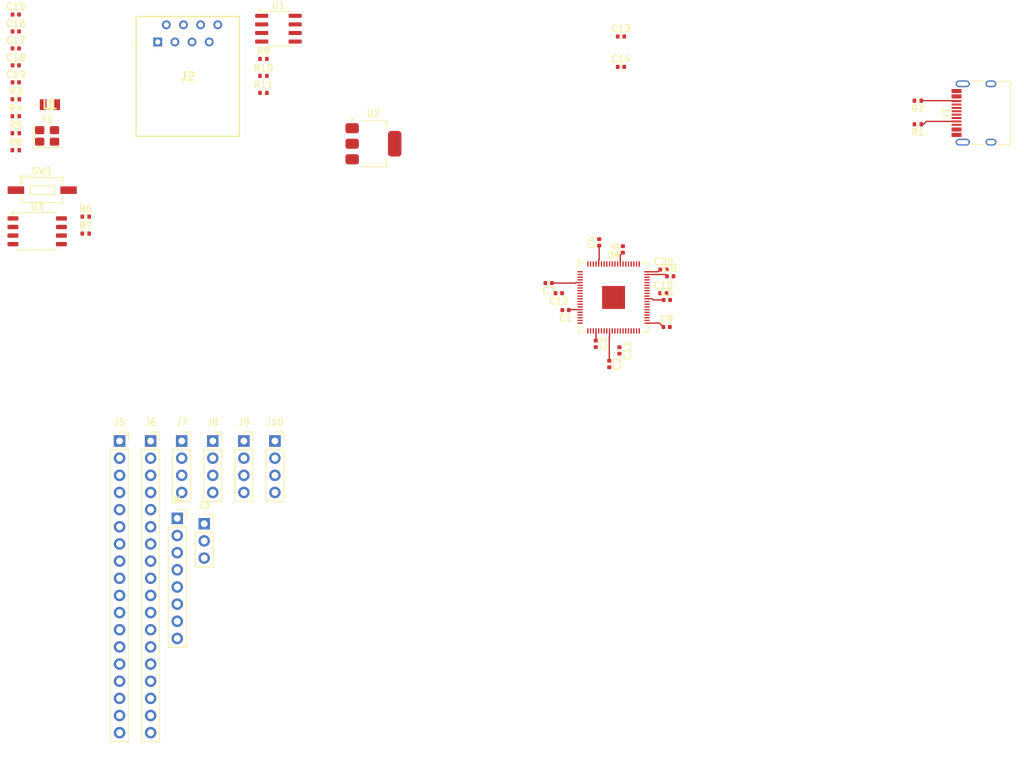
<source format=kicad_pcb>
(kicad_pcb (version 20241229) (generator "pcbnew") (generator_version "9.0")
  (layers (0 "F.Cu" signal) (2 "B.Cu" signal) (13 "F.Paste" user) (15 "B.Paste" user) (5 "F.SilkS" user "F.Silkscreen") (7 "B.SilkS" user "B.Silkscreen") (1 "F.Mask" user) (3 "B.Mask" user) (25 "Edge.Cuts" user))
  (net 0 "")
  (net 1 "+3V3")
  (net 2 "GND")
  (net 3 "+1V1")
  (net 4 "VBUS")
  (net 5 "XIN")
  (net 6 "Net-(C16-Pad2)")
  (net 7 "Net-(U4-VREG_AVDD)")
  (net 9 "Net-(J1-CC1)")
  (net 10 "USB_D-")
  (net 11 "USB_D+")
  (net 12 "Net-(J1-CC2)")
  (net 13 "Net-(U1-A)")
  (net 17 "Net-(U1-B)")
  (net 20 "Net-(U4-VREG_LX)")
  (net 21 "Net-(U4-USB_DP)")
  (net 22 "Net-(U4-USB_DM)")
  (net 23 "XOUT")
  (net 24 "QSPI_SS")
  (net 25 "Net-(R6-Pad1)")
  (net 26 "D")
  (net 27 "RE")
  (net 28 "R")
  (net 29 "DE")
  (net 30 "QSPI_SCLK")
  (net 31 "QSPI_SD1")
  (net 32 "QSPI_SD3")
  (net 33 "QSPI_SD0")
  (net 34 "QSPI_SD2")
  (net 35 "SWDIO")
  (net 36 "SWCLK")
  (net 37 "RUN")
  (net 38 "GPIO46_ADC6")
  (net 39 "GPIO45_ADC5")
  (net 40 "GPIO43_ADC3")
  (net 41 "GPIO40_ADC0")
  (net 42 "GPIO42_ADC2")
  (net 43 "GPIO47_ADC7")
  (net 44 "GPIO41_ADC1")
  (net 45 "GPIO44_ADC4")
  (net 46 "GPIO9")
  (net 47 "GPIO14")
  (net 48 "GPIO6")
  (net 49 "GPIO12")
  (net 50 "GPIO21")
  (net 51 "GPIO13")
  (net 52 "GPIO20")
  (net 53 "GPIO7")
  (net 54 "GPIO19")
  (net 55 "GPIO11")
  (net 56 "GPIO16")
  (net 57 "GPIO17")
  (net 58 "GPIO4")
  (net 59 "GPIO15")
  (net 60 "GPIO18")
  (net 61 "GPIO8")
  (net 62 "GPIO5")
  (net 63 "GPIO10")
  (net 64 "GPIO24")
  (net 65 "GPIO27")
  (net 66 "GPIO31")
  (net 67 "GPIO22")
  (net 68 "GPIO34")
  (net 69 "GPIO23")
  (net 70 "GPIO36")
  (net 71 "GPIO28")
  (net 72 "GPIO30")
  (net 73 "GPIO26")
  (net 74 "GPIO35")
  (net 75 "GPIO33")
  (net 76 "GPIO38")
  (net 77 "GPIO25")
  (net 78 "GPIO37")
  (net 79 "GPIO39")
  (net 80 "GPIO29")
  (net 81 "GPIO32")
  (footprint "Resistor_SMD:R_0402_1005Metric" (layer "F.Cu") (at 27.99 50.675)
    (property "Reference" "R7" (at 0 -1.17 0) (layer "F.SilkS"))
    (property "Value" "10K")
    (pad "1" smd roundrect (at -0.51 0) (size 0.54 0.64) (layers "F.Cu" "F.Mask" "F.Paste") (net 1 "+3V3"))
    (pad "2" smd roundrect (at 0.51 0) (size 0.54 0.64) (layers "F.Cu" "F.Mask" "F.Paste") (net 24 "QSPI_SS"))
  )
  (footprint "Capacitor_SMD:C_0402_1005Metric" (layer "F.Cu") (at 113.5 59.5)
    (property "Reference" "C10" (at 0 -1.16 0) (layer "F.SilkS"))
    (property "Value" "100nF")
    (pad "1" smd roundrect (at -0.48 0) (size 0.56 0.62) (layers "F.Cu" "F.Mask" "F.Paste") (net 3 "+1V1"))
    (pad "2" smd roundrect (at 0.48 0) (size 0.56 0.62) (layers "F.Cu" "F.Mask" "F.Paste") (net 2 "GND"))
  )
  (footprint "Resistor_SMD:R_0402_1005Metric" (layer "F.Cu") (at 17.64 33.305)
    (property "Reference" "R4" (at 0 -1.17 0) (layer "F.SilkS"))
    (property "Value" "27")
    (pad "1" smd roundrect (at -0.51 0) (size 0.54 0.64) (layers "F.Cu" "F.Mask" "F.Paste") (net 22 "Net-(U4-USB_DM)"))
    (pad "2" smd roundrect (at 0.51 0) (size 0.54 0.64) (layers "F.Cu" "F.Mask" "F.Paste") (net 10 "USB_D-"))
  )
  (footprint "Resistor_SMD:R_0402_1005Metric" (layer "F.Cu") (at 54.3 27.335)
    (property "Reference" "R10" (at 0 -1.17 0) (layer "F.SilkS"))
    (property "Value" "470")
    (pad "1" smd roundrect (at -0.51 0) (size 0.54 0.64) (layers "F.Cu" "F.Mask" "F.Paste") (net 13 "Net-(U1-A)"))
    (pad "2" smd roundrect (at 0.51 0) (size 0.54 0.64) (layers "F.Cu" "F.Mask" "F.Paste") (net 2 "GND"))
  )
  (footprint "Connector_PinSocket_2.54mm:PinSocket_1x03_P2.54mm_Vertical" (layer "F.Cu") (at 45.53 93.63)
    (property "Reference" "J3" (at 0 -2.77 0) (layer "F.SilkS"))
    (property "Value" "Conn_01x03_Pin")
    (pad "1" thru_hole rect (at 0 0) (size 1.7 1.7) (drill 1) (layers "*.Cu" "*.Mask") (net 37 "RUN"))
    (pad "2" thru_hole circle (at 0 2.54) (size 1.7 1.7) (drill 1) (layers "*.Cu" "*.Mask") (net 36 "SWCLK"))
    (pad "3" thru_hole circle (at 0 5.08) (size 1.7 1.7) (drill 1) (layers "*.Cu" "*.Mask") (net 35 "SWDIO"))
  )
  (footprint "Capacitor_SMD:C_0402_1005Metric" (layer "F.Cu") (at 104 51.98 90)
    (property "Reference" "C4" (at 0 -1.16 90) (layer "F.SilkS"))
    (property "Value" "100nF")
    (pad "1" smd roundrect (at -0.48 0 90) (size 0.56 0.62) (layers "F.Cu" "F.Mask" "F.Paste") (net 1 "+3V3"))
    (pad "2" smd roundrect (at 0.48 0 90) (size 0.56 0.62) (layers "F.Cu" "F.Mask" "F.Paste") (net 2 "GND"))
  )
  (footprint "Connector_PinSocket_2.54mm:PinSocket_1x18_P2.54mm_Vertical" (layer "F.Cu") (at 33 81.38)
    (property "Reference" "J5" (at 0 -2.77 0) (layer "F.SilkS"))
    (property "Value" "Conn_01x18_Pin")
    (pad "1" thru_hole rect (at 0 0) (size 1.7 1.7) (drill 1) (layers "*.Cu" "*.Mask") (net 58 "GPIO4"))
    (pad "2" thru_hole circle (at 0 2.54) (size 1.7 1.7) (drill 1) (layers "*.Cu" "*.Mask") (net 62 "GPIO5"))
    (pad "3" thru_hole circle (at 0 5.08) (size 1.7 1.7) (drill 1) (layers "*.Cu" "*.Mask") (net 48 "GPIO6"))
    (pad "4" thru_hole circle (at 0 7.62) (size 1.7 1.7) (drill 1) (layers "*.Cu" "*.Mask") (net 53 "GPIO7"))
    (pad "5" thru_hole circle (at 0 10.16) (size 1.7 1.7) (drill 1) (layers "*.Cu" "*.Mask") (net 61 "GPIO8"))
    (pad "6" thru_hole circle (at 0 12.7) (size 1.7 1.7) (drill 1) (layers "*.Cu" "*.Mask") (net 46 "GPIO9"))
    (pad "7" thru_hole circle (at 0 15.24) (size 1.7 1.7) (drill 1) (layers "*.Cu" "*.Mask") (net 63 "GPIO10"))
    (pad "8" thru_hole circle (at 0 17.78) (size 1.7 1.7) (drill 1) (layers "*.Cu" "*.Mask") (net 55 "GPIO11"))
    (pad "9" thru_hole circle (at 0 20.32) (size 1.7 1.7) (drill 1) (layers "*.Cu" "*.Mask") (net 49 "GPIO12"))
    (pad "10" thru_hole circle (at 0 22.86) (size 1.7 1.7) (drill 1) (layers "*.Cu" "*.Mask") (net 51 "GPIO13"))
    (pad "11" thru_hole circle (at 0 25.4) (size 1.7 1.7) (drill 1) (layers "*.Cu" "*.Mask") (net 47 "GPIO14"))
    (pad "12" thru_hole circle (at 0 27.94) (size 1.7 1.7) (drill 1) (layers "*.Cu" "*.Mask") (net 59 "GPIO15"))
    (pad "13" thru_hole circle (at 0 30.48) (size 1.7 1.7) (drill 1) (layers "*.Cu" "*.Mask") (net 56 "GPIO16"))
    (pad "14" thru_hole circle (at 0 33.02) (size 1.7 1.7) (drill 1) (layers "*.Cu" "*.Mask") (net 57 "GPIO17"))
    (pad "15" thru_hole circle (at 0 35.56) (size 1.7 1.7) (drill 1) (layers "*.Cu" "*.Mask") (net 60 "GPIO18"))
    (pad "16" thru_hole circle (at 0 38.1) (size 1.7 1.7) (drill 1) (layers "*.Cu" "*.Mask") (net 54 "GPIO19"))
    (pad "17" thru_hole circle (at 0 40.64) (size 1.7 1.7) (drill 1) (layers "*.Cu" "*.Mask") (net 52 "GPIO20"))
    (pad "18" thru_hole circle (at 0 43.18) (size 1.7 1.7) (drill 1) (layers "*.Cu" "*.Mask") (net 50 "GPIO21"))
  )
  (footprint "Capacitor_SMD:C_0402_1005Metric" (layer "F.Cu") (at 17.64 18.245)
    (property "Reference" "C15" (at 0 -1.16 0) (layer "F.SilkS"))
    (property "Value" "15 pF")
    (pad "1" smd roundrect (at -0.48 0) (size 0.56 0.62) (layers "F.Cu" "F.Mask" "F.Paste") (net 2 "GND"))
    (pad "2" smd roundrect (at 0.48 0) (size 0.56 0.62) (layers "F.Cu" "F.Mask" "F.Paste") (net 5 "XIN"))
  )
  (footprint "Capacitor_SMD:C_0402_1005Metric" (layer "F.Cu") (at 99.02 62 180)
    (property "Reference" "C1" (at 0 -1.16 0) (layer "F.SilkS"))
    (property "Value" "100nF")
    (pad "1" smd roundrect (at -0.48 0 180) (size 0.56 0.62) (layers "F.Cu" "F.Mask" "F.Paste") (net 1 "+3V3"))
    (pad "2" smd roundrect (at 0.48 0 180) (size 0.56 0.62) (layers "F.Cu" "F.Mask" "F.Paste") (net 2 "GND"))
  )
  (footprint "Capacitor_SMD:C_0402_1005Metric" (layer "F.Cu") (at 17.64 20.755)
    (property "Reference" "C16" (at 0 -1.16 0) (layer "F.SilkS"))
    (property "Value" "15 pF")
    (pad "1" smd roundrect (at -0.48 0) (size 0.56 0.62) (layers "F.Cu" "F.Mask" "F.Paste") (net 2 "GND"))
    (pad "2" smd roundrect (at 0.48 0) (size 0.56 0.62) (layers "F.Cu" "F.Mask" "F.Paste") (net 6 "Net-(C16-Pad2)"))
  )
  (footprint "JonasLib-Git:AOTAB201610S3R3101T" (layer "F.Cu") (at 22.695 31.59)
    (property "Reference" "L1" (at 0 0 0) (layer "F.SilkS") (effects (font (size 1.27 1.27) (thickness 0.254))))
    (property "Value" "AOTA-B201610S3R3-101-T" (hide yes))
    (pad "1" smd rect (at -1 0) (size 1 1.6) (layers "F.Cu" "F.Mask" "F.Paste") (net 3 "+1V1"))
    (pad "2" smd rect (at 1 0) (size 1 1.6) (layers "F.Cu" "F.Mask" "F.Paste") (net 20 "Net-(U4-VREG_LX)"))
  )
  (footprint "Capacitor_SMD:C_0402_1005Metric" (layer "F.Cu") (at 103.5 67 -90)
    (property "Reference" "C3" (at 0 -1.16 90) (layer "F.SilkS"))
    (property "Value" "100nF")
    (pad "1" smd roundrect (at -0.48 0 270) (size 0.56 0.62) (layers "F.Cu" "F.Mask" "F.Paste") (net 1 "+3V3"))
    (pad "2" smd roundrect (at 0.48 0 270) (size 0.56 0.62) (layers "F.Cu" "F.Mask" "F.Paste") (net 2 "GND"))
  )
  (footprint "Connector_USB:USB_C_Receptacle_HRO_TYPE-C-31-M-12" (layer "F.Cu") (at 160.95 32.82 90)
    (property "Reference" "J1" (at 0 -5.645 90) (layer "F.SilkS"))
    (property "Value" "USB_C_Receptacle_USB2.0_14P")
    (pad "" np_thru_hole circle (at -2.89 -2.6 90) (size 0.65 0.65) (drill 0.65) (layers "*.Cu" "*.Mask"))
    (pad "" np_thru_hole circle (at 2.89 -2.6 90) (size 0.65 0.65) (drill 0.65) (layers "*.Cu" "*.Mask"))
    (pad "A1" smd rect (at -3.25 -4.045 90) (size 0.6 1.45) (layers "F.Cu" "F.Mask" "F.Paste") (net 2 "GND"))
    (pad "A4" smd rect (at -2.45 -4.045 90) (size 0.6 1.45) (layers "F.Cu" "F.Mask" "F.Paste") (net 4 "VBUS"))
    (pad "A5" smd rect (at -1.25 -4.045 90) (size 0.3 1.45) (layers "F.Cu" "F.Mask" "F.Paste") (net 9 "Net-(J1-CC1)"))
    (pad "A6" smd rect (at -0.25 -4.045 90) (size 0.3 1.45) (layers "F.Cu" "F.Mask" "F.Paste") (net 11 "USB_D+"))
    (pad "A7" smd rect (at 0.25 -4.045 90) (size 0.3 1.45) (layers "F.Cu" "F.Mask" "F.Paste") (net 10 "USB_D-"))
    (pad "A8" smd rect (at 1.25 -4.045 90) (size 0.3 1.45) (layers "F.Cu" "F.Mask" "F.Paste"))
    (pad "A9" smd rect (at 2.45 -4.045 90) (size 0.6 1.45) (layers "F.Cu" "F.Mask" "F.Paste") (net 4 "VBUS"))
    (pad "A12" smd rect (at 3.25 -4.045 90) (size 0.6 1.45) (layers "F.Cu" "F.Mask" "F.Paste") (net 2 "GND"))
    (pad "B1" smd rect (at 3.25 -4.045 90) (size 0.6 1.45) (layers "F.Cu" "F.Mask" "F.Paste") (net 2 "GND"))
    (pad "B4" smd rect (at 2.45 -4.045 90) (size 0.6 1.45) (layers "F.Cu" "F.Mask" "F.Paste") (net 4 "VBUS"))
    (pad "B5" smd rect (at 1.75 -4.045 90) (size 0.3 1.45) (layers "F.Cu" "F.Mask" "F.Paste") (net 12 "Net-(J1-CC2)"))
    (pad "B6" smd rect (at 0.75 -4.045 90) (size 0.3 1.45) (layers "F.Cu" "F.Mask" "F.Paste") (net 11 "USB_D+"))
    (pad "B7" smd rect (at -0.75 -4.045 90) (size 0.3 1.45) (layers "F.Cu" "F.Mask" "F.Paste") (net 10 "USB_D-"))
    (pad "B8" smd rect (at -1.75 -4.045 90) (size 0.3 1.45) (layers "F.Cu" "F.Mask" "F.Paste"))
    (pad "B9" smd rect (at -2.45 -4.045 90) (size 0.6 1.45) (layers "F.Cu" "F.Mask" "F.Paste") (net 4 "VBUS"))
    (pad "B12" smd rect (at -3.25 -4.045 90) (size 0.6 1.45) (layers "F.Cu" "F.Mask" "F.Paste") (net 2 "GND"))
    (pad "S1" thru_hole oval (at -4.32 -3.13 90) (size 1 2.1) (drill oval 0.6 1.7) (property pad_prop_heatsink) (layers "*.Cu" "*.Mask") (net 2 "GND"))
    (pad "S1" thru_hole oval (at -4.32 1.05 90) (size 1 1.6) (drill oval 0.6 1.2) (property pad_prop_heatsink) (layers "*.Cu" "*.Mask") (net 2 "GND"))
    (pad "S1" thru_hole oval (at 4.32 -3.13 90) (size 1 2.1) (drill oval 0.6 1.7) (property pad_prop_heatsink) (layers "*.Cu" "*.Mask") (net 2 "GND"))
    (pad "S1" thru_hole oval (at 4.32 1.05 90) (size 1 1.6) (drill oval 0.6 1.2) (property pad_prop_heatsink) (layers "*.Cu" "*.Mask") (net 2 "GND"))
  )
  (footprint "Resistor_SMD:R_0402_1005Metric" (layer "F.Cu") (at 17.64 38.325)
    (property "Reference" "R8" (at 0 -1.17 0) (layer "F.SilkS"))
    (property "Value" "33")
    (pad "1" smd roundrect (at -0.51 0) (size 0.54 0.64) (layers "F.Cu" "F.Mask" "F.Paste") (net 1 "+3V3"))
    (pad "2" smd roundrect (at 0.51 0) (size 0.54 0.64) (layers "F.Cu" "F.Mask" "F.Paste") (net 7 "Net-(U4-VREG_AVDD)"))
  )
  (footprint "Connector_PinSocket_2.54mm:PinSocket_1x18_P2.54mm_Vertical" (layer "F.Cu") (at 37.6 81.38)
    (property "Reference" "J6" (at 0 -2.77 0) (layer "F.SilkS"))
    (property "Value" "Conn_01x18_Pin")
    (pad "1" thru_hole rect (at 0 0) (size 1.7 1.7) (drill 1) (layers "*.Cu" "*.Mask") (net 67 "GPIO22"))
    (pad "2" thru_hole circle (at 0 2.54) (size 1.7 1.7) (drill 1) (layers "*.Cu" "*.Mask") (net 69 "GPIO23"))
    (pad "3" thru_hole circle (at 0 5.08) (size 1.7 1.7) (drill 1) (layers "*.Cu" "*.Mask") (net 64 "GPIO24"))
    (pad "4" thru_hole circle (at 0 7.62) (size 1.7 1.7) (drill 1) (layers "*.Cu" "*.Mask") (net 77 "GPIO25"))
    (pad "5" thru_hole circle (at 0 10.16) (size 1.7 1.7) (drill 1) (layers "*.Cu" "*.Mask") (net 73 "GPIO26"))
    (pad "6" thru_hole circle (at 0 12.7) (size 1.7 1.7) (drill 1) (layers "*.Cu" "*.Mask") (net 65 "GPIO27"))
    (pad "7" thru_hole circle (at 0 15.24) (size 1.7 1.7) (drill 1) (layers "*.Cu" "*.Mask") (net 71 "GPIO28"))
    (pad "8" thru_hole circle (at 0 17.78) (size 1.7 1.7) (drill 1) (layers "*.Cu" "*.Mask") (net 80 "GPIO29"))
    (pad "9" thru_hole circle (at 0 20.32) (size 1.7 1.7) (drill 1) (layers "*.Cu" "*.Mask") (net 72 "GPIO30"))
    (pad "10" thru_hole circle (at 0 22.86) (size 1.7 1.7) (drill 1) (layers "*.Cu" "*.Mask") (net 66 "GPIO31"))
    (pad "11" thru_hole circle (at 0 25.4) (size 1.7 1.7) (drill 1) (layers "*.Cu" "*.Mask") (net 81 "GPIO32"))
    (pad "12" thru_hole circle (at 0 27.94) (size 1.7 1.7) (drill 1) (layers "*.Cu" "*.Mask") (net 75 "GPIO33"))
    (pad "13" thru_hole circle (at 0 30.48) (size 1.7 1.7) (drill 1) (layers "*.Cu" "*.Mask") (net 68 "GPIO34"))
    (pad "14" thru_hole circle (at 0 33.02) (size 1.7 1.7) (drill 1) (layers "*.Cu" "*.Mask") (net 74 "GPIO35"))
    (pad "15" thru_hole circle (at 0 35.56) (size 1.7 1.7) (drill 1) (layers "*.Cu" "*.Mask") (net 70 "GPIO36"))
    (pad "16" thru_hole circle (at 0 38.1) (size 1.7 1.7) (drill 1) (layers "*.Cu" "*.Mask") (net 78 "GPIO37"))
    (pad "17" thru_hole circle (at 0 40.64) (size 1.7 1.7) (drill 1) (layers "*.Cu" "*.Mask") (net 76 "GPIO38"))
    (pad "18" thru_hole circle (at 0 43.18) (size 1.7 1.7) (drill 1) (layers "*.Cu" "*.Mask") (net 79 "GPIO39"))
  )
  (footprint "Connector_PinSocket_2.54mm:PinSocket_1x04_P2.54mm_Vertical" (layer "F.Cu") (at 46.8 81.38)
    (property "Reference" "J8" (at 0 -2.77 0) (layer "F.SilkS"))
    (property "Value" "Conn_01x04_Pin")
    (pad "1" thru_hole rect (at 0 0) (size 1.7 1.7) (drill 1) (layers "*.Cu" "*.Mask") (net 1 "+3V3"))
    (pad "2" thru_hole circle (at 0 2.54) (size 1.7 1.7) (drill 1) (layers "*.Cu" "*.Mask") (net 1 "+3V3"))
    (pad "3" thru_hole circle (at 0 5.08) (size 1.7 1.7) (drill 1) (layers "*.Cu" "*.Mask") (net 1 "+3V3"))
    (pad "4" thru_hole circle (at 0 7.62) (size 1.7 1.7) (drill 1) (layers "*.Cu" "*.Mask") (net 1 "+3V3"))
  )
  (footprint "Capacitor_SMD:C_0402_1005Metric" (layer "F.Cu") (at 17.64 23.265)
    (property "Reference" "C17" (at 0 -1.16 0) (layer "F.SilkS"))
    (property "Value" "4.7uF")
    (pad "1" smd roundrect (at -0.48 0) (size 0.56 0.62) (layers "F.Cu" "F.Mask" "F.Paste") (net 3 "+1V1"))
    (pad "2" smd roundrect (at 0.48 0) (size 0.56 0.62) (layers "F.Cu" "F.Mask" "F.Paste") (net 2 "GND"))
  )
  (footprint "Package_TO_SOT_SMD:SOT-223-3_TabPin2" (layer "F.Cu") (at 70.58 37.375)
    (property "Reference" "U2" (at 0 -4.5 0) (layer "F.SilkS"))
    (property "Value" "NCP1117-3.3_SOT223")
    (pad "1" smd roundrect (at -3.15 -2.3) (size 2 1.5) (layers "F.Cu" "F.Mask" "F.Paste") (net 2 "GND"))
    (pad "2" smd roundrect (at -3.15 0) (size 2 1.5) (layers "F.Cu" "F.Mask" "F.Paste") (net 1 "+3V3"))
    (pad "2" smd roundrect (at 3.15 0) (size 2 3.8) (layers "F.Cu" "F.Mask" "F.Paste") (net 1 "+3V3"))
    (pad "3" smd roundrect (at -3.15 2.3) (size 2 1.5) (layers "F.Cu" "F.Mask" "F.Paste") (net 4 "VBUS"))
  )
  (footprint "JonasLib-Git:smd_switch_sunrom4388" (layer "F.Cu") (at 21.55 44.245)
    (property "Reference" "SW1" (at 0 -2.85 0) (layer "F.SilkS"))
    (property "Value" "SW_Push")
    (pad "1" smd rect (at -3.895 0) (size 2.44 1.12) (layers "F.Cu" "F.Mask" "F.Paste") (net 2 "GND"))
    (pad "2" smd rect (at 3.895 0) (size 2.44 1.12) (layers "F.Cu" "F.Mask" "F.Paste") (net 25 "Net-(R6-Pad1)"))
  )
  (footprint "JonasLib-Git:54602908LF" (layer "F.Cu") (at 38.65 22.31)
    (property "Reference" "J2" (at 4.445 5.1 0) (layer "F.SilkS") (effects (font (size 1.27 1.27) (thickness 0.254))))
    (property "Value" "54602-908LF" (hide yes))
    (pad "" np_thru_hole circle (at -1.27 6.35) (size 3.2 3.2) (drill 3.2) (layers "*.Cu" "*.Mask"))
    (pad "" np_thru_hole circle (at 10.16 6.35) (size 3.2 3.2) (drill 3.2) (layers "*.Cu" "*.Mask"))
    (pad "1" thru_hole rect (at 0 0) (size 1.303 1.303) (drill 0.76) (layers "*.Cu" "*.Mask") (net 13 "Net-(U1-A)"))
    (pad "2" thru_hole circle (at 1.27 -2.54) (size 1.303 1.303) (drill 0.76) (layers "*.Cu" "*.Mask") (net 17 "Net-(U1-B)"))
    (pad "3" thru_hole circle (at 2.54 0) (size 1.303 1.303) (drill 0.76) (layers "*.Cu" "*.Mask"))
    (pad "4" thru_hole circle (at 3.81 -2.54) (size 1.303 1.303) (drill 0.76) (layers "*.Cu" "*.Mask"))
    (pad "5" thru_hole circle (at 5.08 0) (size 1.303 1.303) (drill 0.76) (layers "*.Cu" "*.Mask"))
    (pad "6" thru_hole circle (at 6.35 -2.54) (size 1.303 1.303) (drill 0.76) (layers "*.Cu" "*.Mask"))
    (pad "7" thru_hole circle (at 7.62 0) (size 1.303 1.303) (drill 0.76) (layers "*.Cu" "*.Mask") (net 2 "GND"))
    (pad "8" thru_hole circle (at 8.89 -2.54) (size 1.303 1.303) (drill 0.76) (layers "*.Cu" "*.Mask"))
  )
  (footprint "Resistor_SMD:R_0402_1005Metric" (layer "F.Cu") (at 27.99 48.165)
    (property "Reference" "R6" (at 0 -1.17 0) (layer "F.SilkS"))
    (property "Value" "1 K")
    (pad "1" smd roundrect (at -0.51 0) (size 0.54 0.64) (layers "F.Cu" "F.Mask" "F.Paste") (net 25 "Net-(R6-Pad1)"))
    (pad "2" smd roundrect (at 0.51 0) (size 0.54 0.64) (layers "F.Cu" "F.Mask" "F.Paste") (net 24 "QSPI_SS"))
  )
  (footprint "Connector_PinSocket_2.54mm:PinSocket_1x04_P2.54mm_Vertical" (layer "F.Cu") (at 56 81.38)
    (property "Reference" "J10" (at 0 -2.77 0) (layer "F.SilkS"))
    (property "Value" "Conn_01x04_Pin")
    (pad "1" thru_hole rect (at 0 0) (size 1.7 1.7) (drill 1) (layers "*.Cu" "*.Mask") (net 2 "GND"))
    (pad "2" thru_hole circle (at 0 2.54) (size 1.7 1.7) (drill 1) (layers "*.Cu" "*.Mask") (net 2 "GND"))
    (pad "3" thru_hole circle (at 0 5.08) (size 1.7 1.7) (drill 1) (layers "*.Cu" "*.Mask") (net 2 "GND"))
    (pad "4" thru_hole circle (at 0 7.62) (size 1.7 1.7) (drill 1) (layers "*.Cu" "*.Mask") (net 2 "GND"))
  )
  (footprint "Capacitor_SMD:C_0402_1005Metric" (layer "F.Cu") (at 17.64 28.285)
    (property "Reference" "C19" (at 0 -1.16 0) (layer "F.SilkS"))
    (property "Value" "4.7uF")
    (pad "1" smd roundrect (at -0.48 0) (size 0.56 0.62) (layers "F.Cu" "F.Mask" "F.Paste") (net 7 "Net-(U4-VREG_AVDD)"))
    (pad "2" smd roundrect (at 0.48 0) (size 0.56 0.62) (layers "F.Cu" "F.Mask" "F.Paste"))
  )
  (footprint "Resistor_SMD:R_0402_1005Metric" (layer "F.Cu") (at 17.64 35.815)
    (property "Reference" "R5" (at 0 -1.17 0) (layer "F.SilkS"))
    (property "Value" "1 K")
    (pad "1" smd roundrect (at -0.51 0) (size 0.54 0.64) (layers "F.Cu" "F.Mask" "F.Paste") (net 6 "Net-(C16-Pad2)"))
    (pad "2" smd roundrect (at 0.51 0) (size 0.54 0.64) (layers "F.Cu" "F.Mask" "F.Paste") (net 23 "XOUT"))
  )
  (footprint "Capacitor_SMD:C_0402_1005Metric" (layer "F.Cu") (at 107.225 26)
    (property "Reference" "C14" (at 0 -1.16 0) (layer "F.SilkS"))
    (property "Value" "10 uF")
    (pad "1" smd roundrect (at -0.48 0) (size 0.56 0.62) (layers "F.Cu" "F.Mask" "F.Paste") (net 1 "+3V3"))
    (pad "2" smd roundrect (at 0.48 0) (size 0.56 0.62) (layers "F.Cu" "F.Mask" "F.Paste") (net 2 "GND"))
  )
  (footprint "Capacitor_SMD:C_0402_1005Metric" (layer "F.Cu") (at 96.52 58 180)
    (property "Reference" "C7" (at 0 -1.16 0) (layer "F.SilkS"))
    (property "Value" "100nF")
    (pad "1" smd roundrect (at -0.48 0 180) (size 0.56 0.62) (layers "F.Cu" "F.Mask" "F.Paste") (net 1 "+3V3"))
    (pad "2" smd roundrect (at 0.48 0 180) (size 0.56 0.62) (layers "F.Cu" "F.Mask" "F.Paste") (net 2 "GND"))
  )
  (footprint "Resistor_SMD:R_0402_1005Metric" (layer "F.Cu") (at 151.175 34.5 180)
    (property "Reference" "R1" (at 0 -1.17 180) (layer "F.SilkS"))
    (property "Value" "5.1 K")
    (pad "1" smd roundrect (at -0.51 0 180) (size 0.54 0.64) (layers "F.Cu" "F.Mask" "F.Paste") (net 9 "Net-(J1-CC1)"))
    (pad "2" smd roundrect (at 0.51 0 180) (size 0.54 0.64) (layers "F.Cu" "F.Mask" "F.Paste") (net 2 "GND"))
  )
  (footprint "Resistor_SMD:R_0402_1005Metric" (layer "F.Cu") (at 54.3 24.825)
    (property "Reference" "R9" (at 0 -1.17 0) (layer "F.SilkS"))
    (property "Value" "120")
    (pad "1" smd roundrect (at -0.51 0) (size 0.54 0.64) (layers "F.Cu" "F.Mask" "F.Paste") (net 17 "Net-(U1-B)"))
    (pad "2" smd roundrect (at 0.51 0) (size 0.54 0.64) (layers "F.Cu" "F.Mask" "F.Paste") (net 13 "Net-(U1-A)"))
  )
  (footprint "Capacitor_SMD:C_0402_1005Metric" (layer "F.Cu") (at 107.225 21.5)
    (property "Reference" "C13" (at 0 -1.16 0) (layer "F.SilkS"))
    (property "Value" "10 uF")
    (pad "1" smd roundrect (at -0.48 0) (size 0.56 0.62) (layers "F.Cu" "F.Mask" "F.Paste") (net 4 "VBUS"))
    (pad "2" smd roundrect (at 0.48 0) (size 0.56 0.62) (layers "F.Cu" "F.Mask" "F.Paste") (net 2 "GND"))
  )
  (footprint "Capacitor_SMD:C_0402_1005Metric" (layer "F.Cu") (at 114.02 60.5)
    (property "Reference" "C5" (at 0 -1.16 0) (layer "F.SilkS"))
    (property "Value" "100nF")
    (pad "1" smd roundrect (at -0.48 0) (size 0.56 0.62) (layers "F.Cu" "F.Mask" "F.Paste") (net 1 "+3V3"))
    (pad "2" smd roundrect (at 0.48 0) (size 0.56 0.62) (layers "F.Cu" "F.Mask" "F.Paste") (net 2 "GND"))
  )
  (footprint "Connector_PinSocket_2.54mm:PinSocket_1x04_P2.54mm_Vertical" (layer "F.Cu") (at 51.4 81.38)
    (property "Reference" "J9" (at 0 -2.77 0) (layer "F.SilkS"))
    (property "Value" "Conn_01x04_Pin")
    (pad "1" thru_hole rect (at 0 0) (size 1.7 1.7) (drill 1) (layers "*.Cu" "*.Mask") (net 2 "GND"))
    (pad "2" thru_hole circle (at 0 2.54) (size 1.7 1.7) (drill 1) (layers "*.Cu" "*.Mask") (net 2 "GND"))
    (pad "3" thru_hole circle (at 0 5.08) (size 1.7 1.7) (drill 1) (layers "*.Cu" "*.Mask") (net 2 "GND"))
    (pad "4" thru_hole circle (at 0 7.62) (size 1.7 1.7) (drill 1) (layers "*.Cu" "*.Mask") (net 2 "GND"))
  )
  (footprint "Package_SO:SOIC-8_5.3x5.3mm_P1.27mm" (layer "F.Cu") (at 20.81 50.335)
    (property "Reference" "U3" (at 0 -3.6 0) (layer "F.SilkS"))
    (property "Value" "W25Q128JVS")
    (pad "1" smd roundrect (at -3.5875 -1.905) (size 1.625 0.65) (layers "F.Cu" "F.Mask" "F.Paste") (net 24 "QSPI_SS"))
    (pad "2" smd roundrect (at -3.5875 -0.635) (size 1.625 0.65) (layers "F.Cu" "F.Mask" "F.Paste") (net 31 "QSPI_SD1"))
    (pad "3" smd roundrect (at -3.5875 0.635) (size 1.625 0.65) (layers "F.Cu" "F.Mask" "F.Paste") (net 34 "QSPI_SD2"))
    (pad "4" smd roundrect (at -3.5875 1.905) (size 1.625 0.65) (layers "F.Cu" "F.Mask" "F.Paste") (net 2 "GND"))
    (pad "5" smd roundrect (at 3.5875 1.905) (size 1.625 0.65) (layers "F.Cu" "F.Mask" "F.Paste") (net 33 "QSPI_SD0"))
    (pad "6" smd roundrect (at 3.5875 0.635) (size 1.625 0.65) (layers "F.Cu" "F.Mask" "F.Paste") (net 30 "QSPI_SCLK"))
    (pad "7" smd roundrect (at 3.5875 -0.635) (size 1.625 0.65) (layers "F.Cu" "F.Mask" "F.Paste") (net 32 "QSPI_SD3"))
    (pad "8" smd roundrect (at 3.5875 -1.905) (size 1.625 0.65) (layers "F.Cu" "F.Mask" "F.Paste") (net 1 "+3V3"))
  )
  (footprint "Capacitor_SMD:C_0402_1005Metric" (layer "F.Cu") (at 113.52 56)
    (property "Reference" "C20" (at 0 -1.16 0) (layer "F.SilkS"))
    (property "Value" "100nF")
    (pad "1" smd roundrect (at -0.48 0) (size 0.56 0.62) (layers "F.Cu" "F.Mask" "F.Paste") (net 1 "+3V3"))
    (pad "2" smd roundrect (at 0.48 0) (size 0.56 0.62) (layers "F.Cu" "F.Mask" "F.Paste") (net 2 "GND"))
  )
  (footprint "Resistor_SMD:R_0402_1005Metric" (layer "F.Cu") (at 17.64 30.795)
    (property "Reference" "R3" (at 0 -1.17 0) (layer "F.SilkS"))
    (property "Value" "27")
    (pad "1" smd roundrect (at -0.51 0) (size 0.54 0.64) (layers "F.Cu" "F.Mask" "F.Paste") (net 11 "USB_D+"))
    (pad "2" smd roundrect (at 0.51 0) (size 0.54 0.64) (layers "F.Cu" "F.Mask" "F.Paste") (net 21 "Net-(U4-USB_DP)"))
  )
  (footprint "Crystal:Crystal_SMD_3225-4Pin_3.2x2.5mm" (layer "F.Cu") (at 22.27 36.215)
    (property "Reference" "Y1" (at 0 -2.45 0) (layer "F.SilkS"))
    (property "Value" "12 MHz")
    (pad "1" smd roundrect (at -1.1 0.85) (size 1.4 1.2) (layers "F.Cu" "F.Mask" "F.Paste") (roundrect_rratio 0.208333) (net 6 "Net-(C16-Pad2)"))
    (pad "2" smd roundrect (at 1.1 0.85) (size 1.4 1.2) (layers "F.Cu" "F.Mask" "F.Paste") (roundrect_rratio 0.208333) (net 2 "GND"))
    (pad "3" smd roundrect (at 1.1 -0.85) (size 1.4 1.2) (layers "F.Cu" "F.Mask" "F.Paste") (roundrect_rratio 0.208333) (net 5 "XIN"))
    (pad "4" smd roundrect (at -1.1 -0.85) (size 1.4 1.2) (layers "F.Cu" "F.Mask" "F.Paste") (roundrect_rratio 0.208333) (net 2 "GND"))
  )
  (footprint "Capacitor_SMD:C_0402_1005Metric" (layer "F.Cu") (at 98.02 59.5 180)
    (property "Reference" "C12" (at 0 -1.16 0) (layer "F.SilkS"))
    (property "Value" "0.1 uF")
    (pad "1" smd roundrect (at -0.48 0 180) (size 0.56 0.62) (layers "F.Cu" "F.Mask" "F.Paste") (net 3 "+1V1"))
    (pad "2" smd roundrect (at 0.48 0 180) (size 0.56 0.62) (layers "F.Cu" "F.Mask" "F.Paste") (net 2 "GND"))
  )
  (footprint "Capacitor_SMD:C_0402_1005Metric" (layer "F.Cu") (at 17.64 25.775)
    (property "Reference" "C18" (at 0 -1.16 0) (layer "F.SilkS"))
    (property "Value" "4.7uF")
    (pad "1" smd roundrect (at -0.48 0) (size 0.56 0.62) (layers "F.Cu" "F.Mask" "F.Paste") (net 1 "+3V3"))
    (pad "2" smd roundrect (at 0.48 0) (size 0.56 0.62) (layers "F.Cu" "F.Mask" "F.Paste") (net 2 "GND"))
  )
  (footprint "Capacitor_SMD:C_0402_1005Metric" (layer "F.Cu") (at 107.5 53.02 90)
    (property "Reference" "C6" (at 0 -1.16 90) (layer "F.SilkS"))
    (property "Value" "100nF")
    (pad "1" smd roundrect (at -0.48 0 90) (size 0.56 0.62) (layers "F.Cu" "F.Mask" "F.Paste") (net 1 "+3V3"))
    (pad "2" smd roundrect (at 0.48 0 90) (size 0.56 0.62) (layers "F.Cu" "F.Mask" "F.Paste") (net 2 "GND"))
  )
  (footprint "Capacitor_SMD:C_0402_1005Metric" (layer "F.Cu") (at 114.52 57)
    (property "Reference" "C8" (at 0 -1.16 0) (layer "F.SilkS"))
    (property "Value" "100nF")
    (pad "1" smd roundrect (at -0.48 0) (size 0.56 0.62) (layers "F.Cu" "F.Mask" "F.Paste") (net 1 "+3V3"))
    (pad "2" smd roundrect (at 0.48 0) (size 0.56 0.62) (layers "F.Cu" "F.Mask" "F.Paste") (net 2 "GND"))
  )
  (footprint "Capacitor_SMD:C_0402_1005Metric" (layer "F.Cu") (at 107 67.98 -90)
    (property "Reference" "C11" (at 0 -1.16 90) (layer "F.SilkS"))
    (property "Value" "100nF")
    (pad "1" smd roundrect (at -0.48 0 270) (size 0.56 0.62) (layers "F.Cu" "F.Mask" "F.Paste") (net 3 "+1V1"))
    (pad "2" smd roundrect (at 0.48 0 270) (size 0.56 0.62) (layers "F.Cu" "F.Mask" "F.Paste") (net 2 "GND"))
  )
  (footprint "Capacitor_SMD:C_0402_1005Metric" (layer "F.Cu") (at 105.5 69.98 -90)
    (property "Reference" "C2" (at 0 -1.16 90) (layer "F.SilkS"))
    (property "Value" "100nF")
    (pad "1" smd roundrect (at -0.48 0 270) (size 0.56 0.62) (layers "F.Cu" "F.Mask" "F.Paste") (net 1 "+3V3"))
    (pad "2" smd roundrect (at 0.48 0 270) (size 0.56 0.62) (layers "F.Cu" "F.Mask" "F.Paste") (net 2 "GND"))
  )
  (footprint "Connector_PinSocket_2.54mm:PinSocket_1x08_P2.54mm_Vertical" (layer "F.Cu") (at 41.54 92.83)
    (property "Reference" "J4" (at 0 -2.77 0) (layer "F.SilkS"))
    (property "Value" "Conn_01x08_Pin")
    (pad "1" thru_hole rect (at 0 0) (size 1.7 1.7) (drill 1) (layers "*.Cu" "*.Mask") (net 41 "GPIO40_ADC0"))
    (pad "2" thru_hole circle (at 0 2.54) (size 1.7 1.7) (drill 1) (layers "*.Cu" "*.Mask") (net 44 "GPIO41_ADC1"))
    (pad "3" thru_hole circle (at 0 5.08) (size 1.7 1.7) (drill 1) (layers "*.Cu" "*.Mask") (net 42 "GPIO42_ADC2"))
    (pad "4" thru_hole circle (at 0 7.62) (size 1.7 1.7) (drill 1) (layers "*.Cu" "*.Mask") (net 40 "GPIO43_ADC3"))
    (pad "5" thru_hole circle (at 0 10.16) (size 1.7 1.7) (drill 1) (layers "*.Cu" "*.Mask") (net 45 "GPIO44_ADC4"))
    (pad "6" thru_hole circle (at 0 12.7) (size 1.7 1.7) (drill 1) (layers "*.Cu" "*.Mask") (net 39 "GPIO45_ADC5"))
    (pad "7" thru_hole circle (at 0 15.24) (size 1.7 1.7) (drill 1) (layers "*.Cu" "*.Mask") (net 38 "GPIO46_ADC6"))
    (pad "8" thru_hole circle (at 0 17.78) (size 1.7 1.7) (drill 1) (layers "*.Cu" "*.Mask") (net 43 "GPIO47_ADC7"))
  )
  (footprint "Connector_PinSocket_2.54mm:PinSocket_1x04_P2.54mm_Vertical" (layer "F.Cu") (at 42.2 81.38)
    (property "Reference" "J7" (at 0 -2.77 0) (layer "F.SilkS"))
    (property "Value" "Conn_01x04_Pin")
    (pad "1" thru_hole rect (at 0 0) (size 1.7 1.7) (drill 1) (layers "*.Cu" "*.Mask") (net 4 "VBUS"))
    (pad "2" thru_hole circle (at 0 2.54) (size 1.7 1.7) (drill 1) (layers "*.Cu" "*.Mask") (net 4 "VBUS"))
    (pad "3" thru_hole circle (at 0 5.08) (size 1.7 1.7) (drill 1) (layers "*.Cu" "*.Mask") (net 4 "VBUS"))
    (pad "4" thru_hole circle (at 0 7.62) (size 1.7 1.7) (drill 1) (layers "*.Cu" "*.Mask") (net 4 "VBUS"))
  )
  (footprint "Resistor_SMD:R_0402_1005Metric" (layer "F.Cu") (at 151.175 31 180)
    (property "Reference" "R2" (at 0 -1.17 180) (layer "F.SilkS"))
    (property "Value" "5.1 K")
    (pad "1" smd roundrect (at -0.51 0 180) (size 0.54 0.64) (layers "F.Cu" "F.Mask" "F.Paste") (net 12 "Net-(J1-CC2)"))
    (pad "2" smd roundrect (at 0.51 0 180) (size 0.54 0.64) (layers "F.Cu" "F.Mask" "F.Paste") (net 2 "GND"))
  )
  (footprint "Package_DFN_QFN:QFN-80-1EP_10x10mm_P0.4mm_EP3.4x3.4mm" (layer "F.Cu") (at 106.13 60.13)
    (property "Reference" "U4" (at 0 -6.3 0) (layer "F.SilkS"))
    (property "Value" "RP2350B-QFN80")
    (pad "1" smd roundrect (at -4.95 -3.8) (size 0.8 0.2) (layers "F.Cu" "F.Mask" "F.Paste") (net 58 "GPIO4"))
    (pad "2" smd roundrect (at -4.95 -3.4) (size 0.8 0.2) (layers "F.Cu" "F.Mask" "F.Paste") (net 62 "GPIO5"))
    (pad "3" smd roundrect (at -4.95 -3) (size 0.8 0.2) (layers "F.Cu" "F.Mask" "F.Paste") (net 48 "GPIO6"))
    (pad "4" smd roundrect (at -4.95 -2.6) (size 0.8 0.2) (layers "F.Cu" "F.Mask" "F.Paste") (net 53 "GPIO7"))
    (pad "5" smd roundrect (at -4.95 -2.2) (size 0.8 0.2) (layers "F.Cu" "F.Mask" "F.Paste") (net 1 "+3V3"))
    (pad "6" smd roundrect (at -4.95 -1.8) (size 0.8 0.2) (layers "F.Cu" "F.Mask" "F.Paste") (net 61 "GPIO8"))
    (pad "7" smd roundrect (at -4.95 -1.4) (size 0.8 0.2) (layers "F.Cu" "F.Mask" "F.Paste") (net 46 "GPIO9"))
    (pad "8" smd roundrect (at -4.95 -1) (size 0.8 0.2) (layers "F.Cu" "F.Mask" "F.Paste") (net 63 "GPIO10"))
    (pad "9" smd roundrect (at -4.95 -0.6) (size 0.8 0.2) (layers "F.Cu" "F.Mask" "F.Paste") (net 55 "GPIO11"))
    (pad "10" smd roundrect (at -4.95 -0.2) (size 0.8 0.2) (layers "F.Cu" "F.Mask" "F.Paste") (net 3 "+1V1"))
    (pad "11" smd roundrect (at -4.95 0.2) (size 0.8 0.2) (layers "F.Cu" "F.Mask" "F.Paste") (net 49 "GPIO12"))
    (pad "12" smd roundrect (at -4.95 0.6) (size 0.8 0.2) (layers "F.Cu" "F.Mask" "F.Paste") (net 51 "GPIO13"))
    (pad "13" smd roundrect (at -4.95 1) (size 0.8 0.2) (layers "F.Cu" "F.Mask" "F.Paste") (net 47 "GPIO14"))
    (pad "14" smd roundrect (at -4.95 1.4) (size 0.8 0.2) (layers "F.Cu" "F.Mask" "F.Paste") (net 59 "GPIO15"))
    (pad "15" smd roundrect (at -4.95 1.8) (size 0.8 0.2) (layers "F.Cu" "F.Mask" "F.Paste") (net 1 "+3V3"))
    (pad "16" smd roundrect (at -4.95 2.2) (size 0.8 0.2) (layers "F.Cu" "F.Mask" "F.Paste") (net 56 "GPIO16"))
    (pad "17" smd roundrect (at -4.95 2.6) (size 0.8 0.2) (layers "F.Cu" "F.Mask" "F.Paste") (net 57 "GPIO17"))
    (pad "18" smd roundrect (at -4.95 3) (size 0.8 0.2) (layers "F.Cu" "F.Mask" "F.Paste") (net 60 "GPIO18"))
    (pad "19" smd roundrect (at -4.95 3.4) (size 0.8 0.2) (layers "F.Cu" "F.Mask" "F.Paste") (net 54 "GPIO19"))
    (pad "20" smd roundrect (at -4.95 3.8) (size 0.8 0.2) (layers "F.Cu" "F.Mask" "F.Paste") (net 52 "GPIO20"))
    (pad "21" smd roundrect (at -3.8 4.95) (size 0.2 0.8) (layers "F.Cu" "F.Mask" "F.Paste") (net 50 "GPIO21"))
    (pad "22" smd roundrect (at -3.4 4.95) (size 0.2 0.8) (layers "F.Cu" "F.Mask" "F.Paste") (net 67 "GPIO22"))
    (pad "23" smd roundrect (at -3 4.95) (size 0.2 0.8) (layers "F.Cu" "F.Mask" "F.Paste") (net 69 "GPIO23"))
    (pad "24" smd roundrect (at -2.6 4.95) (size 0.2 0.8) (layers "F.Cu" "F.Mask" "F.Paste") (net 1 "+3V3"))
    (pad "25" smd roundrect (at -2.2 4.95) (size 0.2 0.8) (layers "F.Cu" "F.Mask" "F.Paste") (net 64 "GPIO24"))
    (pad "26" smd roundrect (at -1.8 4.95) (size 0.2 0.8) (layers "F.Cu" "F.Mask" "F.Paste") (net 77 "GPIO25"))
    (pad "27" smd roundrect (at -1.4 4.95) (size 0.2 0.8) (layers "F.Cu" "F.Mask" "F.Paste") (net 73 "GPIO26"))
    (pad "28" smd roundrect (at -1 4.95) (size 0.2 0.8) (layers "F.Cu" "F.Mask" "F.Paste") (net 65 "GPIO27"))
    (pad "29" smd roundrect (at -0.6 4.95) (size 0.2 0.8) (layers "F.Cu" "F.Mask" "F.Paste") (net 1 "+3V3"))
    (pad "30" smd roundrect (at -0.2 4.95) (size 0.2 0.8) (layers "F.Cu" "F.Mask" "F.Paste") (net 5 "XIN"))
    (pad "31" smd roundrect (at 0.2 4.95) (size 0.2 0.8) (layers "F.Cu" "F.Mask" "F.Paste") (net 23 "XOUT"))
    (pad "32" smd roundrect (at 0.6 4.95) (size 0.2 0.8) (layers "F.Cu" "F.Mask" "F.Paste") (net 3 "+1V1"))
    (pad "33" smd roundrect (at 1 4.95) (size 0.2 0.8) (layers "F.Cu" "F.Mask" "F.Paste") (net 36 "SWCLK"))
    (pad "34" smd roundrect (at 1.4 4.95) (size 0.2 0.8) (layers "F.Cu" "F.Mask" "F.Paste") (net 35 "SWDIO"))
    (pad "35" smd roundrect (at 1.8 4.95) (size 0.2 0.8) (layers "F.Cu" "F.Mask" "F.Paste") (net 37 "RUN"))
    (pad "36" smd roundrect (at 2.2 4.95) (size 0.2 0.8) (layers "F.Cu" "F.Mask" "F.Paste") (net 71 "GPIO28"))
    (pad "37" smd roundrect (at 2.6 4.95) (size 0.2 0.8) (layers "F.Cu" "F.Mask" "F.Paste") (net 80 "GPIO29"))
    (pad "38" smd roundrect (at 3 4.95) (size 0.2 0.8) (layers "F.Cu" "F.Mask" "F.Paste") (net 72 "GPIO30"))
    (pad "39" smd roundrect (at 3.4 4.95) (size 0.2 0.8) (layers "F.Cu" "F.Mask" "F.Paste") (net 66 "GPIO31"))
    (pad "40" smd roundrect (at 3.8 4.95) (size 0.2 0.8) (layers "F.Cu" "F.Mask" "F.Paste") (net 81 "GPIO32"))
    (pad "41" smd roundrect (at 4.95 3.8) (size 0.8 0.2) (layers "F.Cu" "F.Mask" "F.Paste") (net 1 "+3V3"))
    (pad "42" smd roundrect (at 4.95 3.4) (size 0.8 0.2) (layers "F.Cu" "F.Mask" "F.Paste") (net 75 "GPIO33"))
    (pad "43" smd roundrect (at 4.95 3) (size 0.8 0.2) (layers "F.Cu" "F.Mask" "F.Paste") (net 68 "GPIO34"))
    (pad "44" smd roundrect (at 4.95 2.6) (size 0.8 0.2) (layers "F.Cu" "F.Mask" "F.Paste") (net 74 "GPIO35"))
    (pad "45" smd roundrect (at 4.95 2.2) (size 0.8 0.2) (layers "F.Cu" "F.Mask" "F.Paste") (net 70 "GPIO36"))
    (pad "46" smd roundrect (at 4.95 1.8) (size 0.8 0.2) (layers "F.Cu" "F.Mask" "F.Paste") (net 78 "GPIO37"))
    (pad "47" smd roundrect (at 4.95 1.4) (size 0.8 0.2) (layers "F.Cu" "F.Mask" "F.Paste") (net 76 "GPIO38"))
    (pad "48" smd roundrect (at 4.95 1) (size 0.8 0.2) (layers "F.Cu" "F.Mask" "F.Paste") (net 79 "GPIO39"))
    (pad "49" smd roundrect (at 4.95 0.6) (size 0.8 0.2) (layers "F.Cu" "F.Mask" "F.Paste") (net 41 "GPIO40_ADC0"))
    (pad "50" smd roundrect (at 4.95 0.2) (size 0.8 0.2) (layers "F.Cu" "F.Mask" "F.Paste") (net 1 "+3V3"))
    (pad "51" smd roundrect (at 4.95 -0.2) (size 0.8 0.2) (layers "F.Cu" "F.Mask" "F.Paste") (net 3 "+1V1"))
    (pad "52" smd roundrect (at 4.95 -0.6) (size 0.8 0.2) (layers "F.Cu" "F.Mask" "F.Paste") (net 44 "GPIO41_ADC1"))
    (pad "53" smd roundrect (at 4.95 -1) (size 0.8 0.2) (layers "F.Cu" "F.Mask" "F.Paste") (net 42 "GPIO42_ADC2"))
    (pad "54" smd roundrect (at 4.95 -1.4) (size 0.8 0.2) (layers "F.Cu" "F.Mask" "F.Paste") (net 40 "GPIO43_ADC3"))
    (pad "55" smd roundrect (at 4.95 -1.8) (size 0.8 0.2) (layers "F.Cu" "F.Mask" "F.Paste") (net 45 "GPIO44_ADC4"))
    (pad "56" smd roundrect (at 4.95 -2.2) (size 0.8 0.2) (layers "F.Cu" "F.Mask" "F.Paste") (net 39 "GPIO45_ADC5"))
    (pad "57" smd roundrect (at 4.95 -2.6) (size 0.8 0.2) (layers "F.Cu" "F.Mask" "F.Paste") (net 38 "GPIO46_ADC6"))
    (pad "58" smd roundrect (at 4.95 -3) (size 0.8 0.2) (layers "F.Cu" "F.Mask" "F.Paste") (net 43 "GPIO47_ADC7"))
    (pad "59" smd roundrect (at 4.95 -3.4) (size 0.8 0.2) (layers "F.Cu" "F.Mask" "F.Paste") (net 1 "+3V3"))
    (pad "60" smd roundrect (at 4.95 -3.8) (size 0.8 0.2) (layers "F.Cu" "F.Mask" "F.Paste") (net 1 "+3V3"))
    (pad "61" smd roundrect (at 3.8 -4.95) (size 0.2 0.8) (layers "F.Cu" "F.Mask" "F.Paste") (net 7 "Net-(U4-VREG_AVDD)"))
    (pad "62" smd roundrect (at 3.4 -4.95) (size 0.2 0.8) (layers "F.Cu" "F.Mask" "F.Paste") (net 2 "GND"))
    (pad "63" smd roundrect (at 3 -4.95) (size 0.2 0.8) (layers "F.Cu" "F.Mask" "F.Paste") (net 20 "Net-(U4-VREG_LX)"))
    (pad "64" smd roundrect (at 2.6 -4.95) (size 0.2 0.8) (layers "F.Cu" "F.Mask" "F.Paste") (net 1 "+3V3"))
    (pad "65" smd roundrect (at 2.2 -4.95) (size 0.2 0.8) (layers "F.Cu" "F.Mask" "F.Paste") (net 3 "+1V1"))
    (pad "66" smd roundrect (at 1.8 -4.95) (size 0.2 0.8) (layers "F.Cu" "F.Mask" "F.Paste") (net 22 "Net-(U4-USB_DM)"))
    (pad "67" smd roundrect (at 1.4 -4.95) (size 0.2 0.8) (layers "F.Cu" "F.Mask" "F.Paste") (net 21 "Net-(U4-USB_DP)"))
    (pad "68" smd roundrect (at 1 -4.95) (size 0.2 0.8) (layers "F.Cu" "F.Mask" "F.Paste") (net 1 "+3V3"))
    (pad "69" smd roundrect (at 0.6 -4.95) (size 0.2 0.8) (layers "F.Cu" "F.Mask" "F.Paste") (net 1 "+3V3"))
    (pad "70" smd roundrect (at 0.2 -4.95) (size 0.2 0.8) (layers "F.Cu" "F.Mask" "F.Paste") (net 32 "QSPI_SD3"))
    (pad "71" smd roundrect (at -0.2 -4.95) (size 0.2 0.8) (layers "F.Cu" "F.Mask" "F.Paste") (net 30 "QSPI_SCLK"))
    (pad "72" smd roundrect (at -0.6 -4.95) (size 0.2 0.8) (layers "F.Cu" "F.Mask" "F.Paste") (net 33 "QSPI_SD0"))
    (pad "73" smd roundrect (at -1 -4.95) (size 0.2 0.8) (layers "F.Cu" "F.Mask" "F.Paste") (net 34 "QSPI_SD2"))
    (pad "74" smd roundrect (at -1.4 -4.95) (size 0.2 0.8) (layers "F.Cu" "F.Mask" "F.Paste") (net 31 "QSPI_SD1"))
    (pad "75" smd roundrect (at -1.8 -4.95) (size 0.2 0.8) (layers "F.Cu" "F.Mask" "F.Paste") (net 24 "QSPI_SS"))
    (pad "76" smd roundrect (at -2.2 -4.95) (size 0.2 0.8) (layers "F.Cu" "F.Mask" "F.Paste") (net 1 "+3V3"))
    (pad "77" smd roundrect (at -2.6 -4.95) (size 0.2 0.8) (layers "F.Cu" "F.Mask" "F.Paste") (net 26 "D"))
    (pad "78" smd roundrect (at -3 -4.95) (size 0.2 0.8) (layers "F.Cu" "F.Mask" "F.Paste") (net 28 "R"))
    (pad "79" smd roundrect (at -3.4 -4.95) (size 0.2 0.8) (layers "F.Cu" "F.Mask" "F.Paste") (net 29 "DE"))
    (pad "80" smd roundrect (at -3.8 -4.95) (size 0.2 0.8) (layers "F.Cu" "F.Mask" "F.Paste") (net 27 "RE"))
    (pad "81" smd rect (at 0 0) (size 3.4 3.4) (property pad_prop_heatsink) (layers "F.Cu" "F.Mask") (net 2 "GND"))
  )
  (footprint "Capacitor_SMD:C_0402_1005Metric" (layer "F.Cu") (at 113.98 64.5)
    (property "Reference" "C9" (at 0 -1.16 0) (layer "F.SilkS"))
    (property "Value" "100nF")
    (pad "1" smd roundrect (at -0.48 0) (size 0.56 0.62) (layers "F.Cu" "F.Mask" "F.Paste") (net 1 "+3V3"))
    (pad "2" smd roundrect (at 0.48 0) (size 0.56 0.62) (layers "F.Cu" "F.Mask" "F.Paste") (net 2 "GND"))
  )
  (footprint "Resistor_SMD:R_0402_1005Metric" (layer "F.Cu") (at 54.3 29.845)
    (property "Reference" "R11" (at 0 -1.17 0) (layer "F.SilkS"))
    (property "Value" "470")
    (pad "1" smd roundrect (at -0.51 0) (size 0.54 0.64) (layers "F.Cu" "F.Mask" "F.Paste") (net 4 "VBUS"))
    (pad "2" smd roundrect (at 0.51 0) (size 0.54 0.64) (layers "F.Cu" "F.Mask" "F.Paste") (net 17 "Net-(U1-B)"))
  )
  (footprint "Package_SO:SOIC-8_3.9x4.9mm_P1.27mm" (layer "F.Cu") (at 56.52 20.345)
    (property "Reference" "U1" (at 0 -3.4 0) (layer "F.SilkS"))
    (property "Value" "SN75176AD")
    (pad "1" smd roundrect (at -2.475 -1.905) (size 1.95 0.6) (layers "F.Cu" "F.Mask" "F.Paste") (net 28 "R"))
    (pad "2" smd roundrect (at -2.475 -0.635) (size 1.95 0.6) (layers "F.Cu" "F.Mask" "F.Paste") (net 27 "RE"))
    (pad "3" smd roundrect (at -2.475 0.635) (size 1.95 0.6) (layers "F.Cu" "F.Mask" "F.Paste") (net 29 "DE"))
    (pad "4" smd roundrect (at -2.475 1.905) (size 1.95 0.6) (layers "F.Cu" "F.Mask" "F.Paste") (net 26 "D"))
    (pad "5" smd roundrect (at 2.475 1.905) (size 1.95 0.6) (layers "F.Cu" "F.Mask" "F.Paste") (net 2 "GND"))
    (pad "6" smd roundrect (at 2.475 0.635) (size 1.95 0.6) (layers "F.Cu" "F.Mask" "F.Paste") (net 13 "Net-(U1-A)"))
    (pad "7" smd roundrect (at 2.475 -0.635) (size 1.95 0.6) (layers "F.Cu" "F.Mask" "F.Paste") (net 17 "Net-(U1-B)"))
    (pad "8" smd roundrect (at 2.475 -1.905) (size 1.95 0.6) (layers "F.Cu" "F.Mask" "F.Paste") (net 4 "VBUS"))
  )
  (segment (start 111.08 63.93) (end 112.93 63.93) (width 0.2) (layer "F.Cu") (net 1))
  (segment (start 111.08 60.33) (end 111.83 60.33) (width 0.2) (layer "F.Cu") (net 1))
  (segment (start 99.57 61.93) (end 99.5 62) (width 0.2) (layer "F.Cu") (net 1))
  (segment (start 112.93 63.93) (end 113.5 64.5) (width 0.2) (layer "F.Cu") (net 1))
  (segment (start 104 54.5) (end 104 52.46) (width 0.2) (layer "F.Cu") (net 1))
  (segment (start 101.18 61.93) (end 99.57 61.93) (width 0.2) (layer "F.Cu") (net 1))
  (segment (start 105.5 66) (end 105.5 69.5) (width 0.2) (layer "F.Cu") (net 1))
  (segment (start 112.71 56.33) (end 113.04 56) (width 0.2) (layer "F.Cu") (net 1))
  (segment (start 103.53 65.08) (end 103.53 66.49) (width 0.2) (layer "F.Cu") (net 1))
  (segment (start 100.5 58) (end 97 58) (width 0.2) (layer "F.Cu") (net 1))
  (segment (start 103.93 54.57) (end 104 54.5) (width 0.2) (layer "F.Cu") (net 1))
  (segment (start 111.83 60.33) (end 112 60.5) (width 0.2) (layer "F.Cu") (net 1))
  (segment (start 111.08 56.33) (end 112.71 56.33) (width 0.2) (layer "F.Cu") (net 1))
  (segment (start 105.53 65.08) (end 105.53 65.97) (width 0.2) (layer "F.Cu") (net 1))
  (segment (start 112 60.5) (end 113.54 60.5) (width 0.2) (layer "F.Cu") (net 1))
  (segment (start 103.53 66.49) (end 103.5 66.52) (width 0.2) (layer "F.Cu") (net 1))
  (segment (start 111.08 56.73) (end 113.77 56.73) (width 0.2) (layer "F.Cu") (net 1))
  (segment (start 101.18 57.93) (end 100.57 57.93) (width 0.2) (layer "F.Cu") (net 1))
  (segment (start 105.53 65.97) (end 105.5 66) (width 0.2) (layer "F.Cu") (net 1))
  (segment (start 107.13 53.87) (end 107.5 53.5) (width 0.2) (layer "F.Cu") (net 1))
  (segment (start 113.77 56.73) (end 114.04 57) (width 0.2) (layer "F.Cu") (net 1))
  (segment (start 100.57 57.93) (end 100.5 58) (width 0.2) (layer "F.Cu") (net 1))
  (segment (start 107.13 55.18) (end 107.13 53.87) (width 0.2) (layer "F.Cu") (net 1))
  (segment (start 103.93 55.18) (end 103.93 54.57) (width 0.2) (layer "F.Cu") (net 1))
  (segment (start 152 34.5) (end 152.43 34.07) (width 0.2) (layer "F.Cu") (net 9))
  (segment (start 152.43 34.07) (end 156.905 34.07) (width 0.2) (layer "F.Cu") (net 9))
  (segment (start 152 31) (end 156.835 31) (width 0.2) (layer "F.Cu") (net 12))
  (segment (start 156.835 31) (end 156.905 31.07) (width 0.2) (layer "F.Cu") (net 12))
)
</source>
